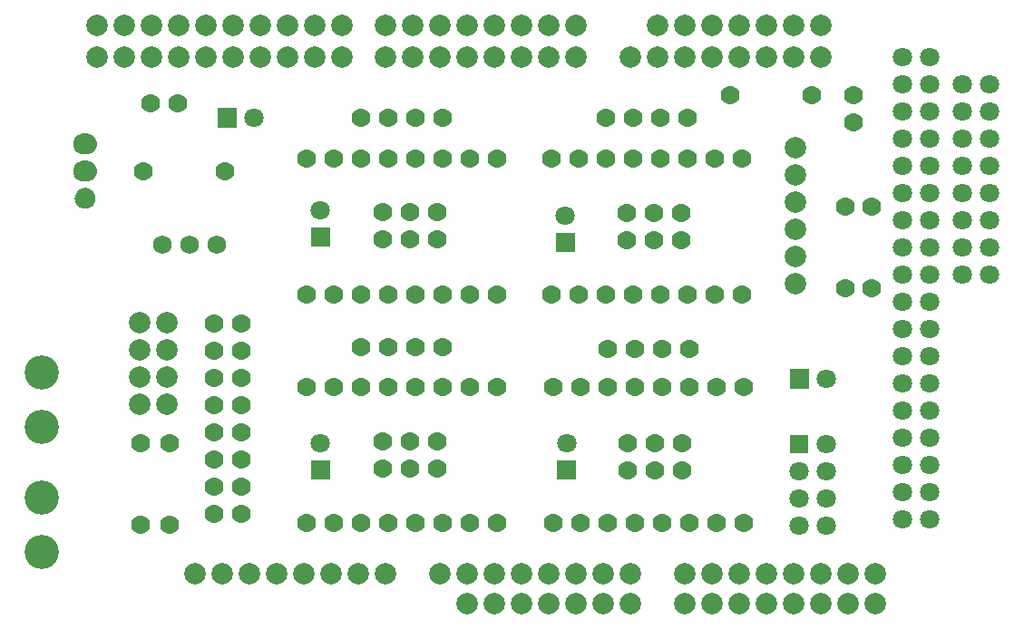
<source format=gbs>
G04 Layer: BottomSolderMaskLayer*
G04 EasyEDA v6.1.49, Tue, 28 May 2019 14:16:05 GMT*
G04 625ac418817b4d458788558be5a2e594,cfe1dd9c90504c3bbdd6ef614714b9c7,10*
G04 Gerber Generator version 0.2*
G04 Scale: 100 percent, Rotated: No, Reflected: No *
G04 Dimensions in millimeters *
G04 leading zeros omitted , absolute positions ,3 integer and 3 decimal *
%FSLAX33Y33*%
%MOMM*%
G90*
G71D02*

%ADD33C,1.727200*%
%ADD34C,2.003196*%
%ADD35R,1.803197X1.803197*%
%ADD36C,1.803197*%
%ADD37C,3.203194*%
%ADD38C,1.773199*%

%LPD*%
G54D33*
G01X16129Y35433D03*
G01X18669Y35433D03*
G01X21209Y35433D03*
G36*
G01X8867Y38785D02*
G01X8770Y38793D01*
G01X8674Y38808D01*
G01X8582Y38836D01*
G01X8493Y38872D01*
G01X8407Y38915D01*
G01X8326Y38966D01*
G01X8252Y39027D01*
G01X8181Y39093D01*
G01X8120Y39169D01*
G01X8067Y39248D01*
G01X8021Y39331D01*
G01X7983Y39420D01*
G01X7955Y39512D01*
G01X7934Y39606D01*
G01X7924Y39702D01*
G01X7924Y39799D01*
G01X7934Y39895D01*
G01X7955Y39989D01*
G01X7983Y40081D01*
G01X8021Y40170D01*
G01X8067Y40253D01*
G01X8120Y40332D01*
G01X8181Y40408D01*
G01X8252Y40474D01*
G01X8326Y40535D01*
G01X8407Y40586D01*
G01X8493Y40629D01*
G01X8582Y40665D01*
G01X8674Y40693D01*
G01X8770Y40708D01*
G01X8867Y40716D01*
G01X8961Y40713D01*
G01X9057Y40700D01*
G01X9151Y40680D01*
G01X9243Y40650D01*
G01X9329Y40609D01*
G01X9413Y40561D01*
G01X9491Y40505D01*
G01X9563Y40441D01*
G01X9629Y40370D01*
G01X9687Y40294D01*
G01X9738Y40213D01*
G01X9779Y40126D01*
G01X9812Y40035D01*
G01X9837Y39941D01*
G01X9850Y39847D01*
G01X9855Y39751D01*
G01X9850Y39654D01*
G01X9837Y39560D01*
G01X9812Y39466D01*
G01X9779Y39375D01*
G01X9738Y39288D01*
G01X9687Y39207D01*
G01X9629Y39131D01*
G01X9563Y39060D01*
G01X9491Y38996D01*
G01X9413Y38940D01*
G01X9329Y38892D01*
G01X9243Y38851D01*
G01X9151Y38821D01*
G01X9057Y38801D01*
G01X8961Y38788D01*
G01X8867Y38785D01*
G37*
G36*
G01X8735Y41325D02*
G01X8615Y41333D01*
G01X8496Y41356D01*
G01X8382Y41394D01*
G01X8272Y41445D01*
G01X8171Y41508D01*
G01X8077Y41587D01*
G01X7993Y41676D01*
G01X7922Y41772D01*
G01X7863Y41879D01*
G01X7818Y41991D01*
G01X7790Y42110D01*
G01X7774Y42230D01*
G01X7774Y42351D01*
G01X7790Y42471D01*
G01X7818Y42590D01*
G01X7863Y42702D01*
G01X7922Y42809D01*
G01X7993Y42905D01*
G01X8077Y42994D01*
G01X8171Y43073D01*
G01X8272Y43136D01*
G01X8382Y43187D01*
G01X8496Y43225D01*
G01X8615Y43248D01*
G01X8735Y43256D01*
G01X9044Y43256D01*
G01X9164Y43248D01*
G01X9283Y43225D01*
G01X9398Y43187D01*
G01X9507Y43136D01*
G01X9608Y43073D01*
G01X9702Y42994D01*
G01X9786Y42905D01*
G01X9857Y42809D01*
G01X9916Y42702D01*
G01X9961Y42590D01*
G01X9989Y42471D01*
G01X10005Y42351D01*
G01X10005Y42230D01*
G01X9989Y42110D01*
G01X9961Y41991D01*
G01X9916Y41879D01*
G01X9857Y41772D01*
G01X9786Y41676D01*
G01X9702Y41587D01*
G01X9608Y41508D01*
G01X9507Y41445D01*
G01X9398Y41394D01*
G01X9283Y41356D01*
G01X9164Y41333D01*
G01X9044Y41325D01*
G01X8735Y41325D01*
G37*
G36*
G01X8735Y43865D02*
G01X8615Y43873D01*
G01X8496Y43896D01*
G01X8382Y43934D01*
G01X8272Y43985D01*
G01X8171Y44048D01*
G01X8077Y44127D01*
G01X7993Y44216D01*
G01X7922Y44312D01*
G01X7863Y44419D01*
G01X7818Y44531D01*
G01X7790Y44650D01*
G01X7774Y44770D01*
G01X7774Y44891D01*
G01X7790Y45011D01*
G01X7818Y45130D01*
G01X7863Y45242D01*
G01X7922Y45349D01*
G01X7993Y45445D01*
G01X8077Y45534D01*
G01X8171Y45613D01*
G01X8272Y45676D01*
G01X8382Y45727D01*
G01X8496Y45765D01*
G01X8615Y45788D01*
G01X8735Y45796D01*
G01X9044Y45796D01*
G01X9164Y45788D01*
G01X9283Y45765D01*
G01X9398Y45727D01*
G01X9507Y45676D01*
G01X9608Y45613D01*
G01X9702Y45534D01*
G01X9786Y45445D01*
G01X9857Y45349D01*
G01X9916Y45242D01*
G01X9961Y45130D01*
G01X9989Y45011D01*
G01X10005Y44891D01*
G01X10005Y44770D01*
G01X9989Y44650D01*
G01X9961Y44531D01*
G01X9916Y44419D01*
G01X9857Y44312D01*
G01X9786Y44216D01*
G01X9702Y44127D01*
G01X9608Y44048D01*
G01X9507Y43985D01*
G01X9398Y43934D01*
G01X9283Y43896D01*
G01X9164Y43873D01*
G01X9044Y43865D01*
G01X8735Y43865D01*
G37*
G54D34*
G01X75184Y44450D03*
G01X75184Y41910D03*
G01X75184Y39370D03*
G01X75184Y36830D03*
G01X75184Y34290D03*
G01X75184Y31750D03*
G54D35*
G01X75565Y16764D03*
G54D36*
G01X78105Y16764D03*
G01X75565Y14224D03*
G01X78105Y14224D03*
G01X75565Y11684D03*
G01X78105Y11684D03*
G01X75565Y9144D03*
G01X78105Y9144D03*
G54D37*
G01X4826Y11811D03*
G01X4826Y6731D03*
G01X4826Y23495D03*
G01X4826Y18415D03*
G54D38*
G01X14351Y42291D03*
G01X21971Y42291D03*
G54D36*
G01X78105Y22860D03*
G36*
G01X74703Y21958D02*
G01X74703Y23761D01*
G01X76507Y23761D01*
G01X76507Y21958D01*
G01X74703Y21958D01*
G37*
G54D38*
G01X57531Y43434D03*
G01X54991Y43434D03*
G01X52451Y43434D03*
G01X60071Y43434D03*
G01X62611Y43434D03*
G01X65151Y43434D03*
G01X67691Y43434D03*
G01X70231Y43434D03*
G01X70231Y30734D03*
G01X67691Y30734D03*
G01X65151Y30734D03*
G01X62611Y30734D03*
G01X60071Y30734D03*
G01X57531Y30734D03*
G01X54991Y30734D03*
G01X52451Y30734D03*
G01X57658Y22098D03*
G01X55118Y22098D03*
G01X52578Y22098D03*
G01X60198Y22098D03*
G01X62738Y22098D03*
G01X65278Y22098D03*
G01X67818Y22098D03*
G01X70358Y22098D03*
G01X70358Y9398D03*
G01X67818Y9398D03*
G01X65278Y9398D03*
G01X62738Y9398D03*
G01X60198Y9398D03*
G01X57658Y9398D03*
G01X55118Y9398D03*
G01X52578Y9398D03*
G01X34671Y22098D03*
G01X32131Y22098D03*
G01X29591Y22098D03*
G01X37211Y22098D03*
G01X39751Y22098D03*
G01X42291Y22098D03*
G01X44831Y22098D03*
G01X47371Y22098D03*
G01X47371Y9398D03*
G01X44831Y9398D03*
G01X42291Y9398D03*
G01X39751Y9398D03*
G01X37211Y9398D03*
G01X34671Y9398D03*
G01X32131Y9398D03*
G01X29591Y9398D03*
G01X34671Y43434D03*
G01X32131Y43434D03*
G01X29591Y43434D03*
G01X37211Y43434D03*
G01X39751Y43434D03*
G01X42291Y43434D03*
G01X44831Y43434D03*
G01X47371Y43434D03*
G01X47371Y30734D03*
G01X44831Y30734D03*
G01X42291Y30734D03*
G01X39751Y30734D03*
G01X37211Y30734D03*
G01X34671Y30734D03*
G01X32131Y30734D03*
G01X29591Y30734D03*
G54D34*
G01X15113Y52959D03*
G01X12573Y52959D03*
G01X67437Y4699D03*
G01X69977Y4699D03*
G01X72517Y4699D03*
G01X75057Y4699D03*
G01X77597Y4699D03*
G01X80137Y4699D03*
G01X82677Y4699D03*
G01X64897Y4699D03*
G01X62357Y52959D03*
G01X64897Y52959D03*
G01X67437Y52959D03*
G01X69977Y52959D03*
G01X72517Y52959D03*
G01X75057Y52959D03*
G01X77597Y52959D03*
G01X59817Y52959D03*
G01X44577Y4699D03*
G01X47117Y4699D03*
G01X49657Y4699D03*
G01X52197Y4699D03*
G01X54737Y4699D03*
G01X57277Y4699D03*
G01X59817Y4699D03*
G01X42037Y4699D03*
G01X39497Y52959D03*
G01X42037Y52959D03*
G01X44577Y52959D03*
G01X47117Y52959D03*
G01X49657Y52959D03*
G01X52197Y52959D03*
G01X54737Y52959D03*
G01X36957Y52959D03*
G01X17653Y52959D03*
G01X20193Y52959D03*
G01X22733Y52959D03*
G01X25273Y52959D03*
G01X27813Y52959D03*
G01X30353Y52959D03*
G01X32893Y52959D03*
G54D36*
G01X87757Y32639D03*
G01X85217Y32639D03*
G01X87757Y35179D03*
G01X85217Y35179D03*
G01X87757Y37719D03*
G01X85217Y37719D03*
G01X87757Y40259D03*
G01X85217Y40259D03*
G01X87757Y42799D03*
G01X85217Y42799D03*
G01X87757Y45339D03*
G01X85217Y45339D03*
G01X87757Y47879D03*
G01X85217Y47879D03*
G01X87757Y50419D03*
G01X85217Y50419D03*
G01X87757Y12319D03*
G01X85217Y12319D03*
G01X87757Y14859D03*
G01X85217Y14859D03*
G01X87757Y17399D03*
G01X85217Y17399D03*
G01X87757Y19939D03*
G01X85217Y19939D03*
G01X87757Y22479D03*
G01X85217Y22479D03*
G01X87757Y25019D03*
G01X85217Y25019D03*
G01X87757Y27559D03*
G01X85217Y27559D03*
G01X87757Y30099D03*
G01X85217Y30099D03*
G01X85217Y9779D03*
G01X87757Y9779D03*
G01X85217Y52959D03*
G01X87757Y52959D03*
G54D34*
G01X24257Y4699D03*
G01X26797Y4699D03*
G01X29337Y4699D03*
G01X31877Y4699D03*
G01X34417Y4699D03*
G01X36957Y4699D03*
G01X21717Y4699D03*
G01X19177Y4699D03*
G01X10033Y52959D03*
G54D38*
G01X34671Y25819D03*
G01X37211Y25819D03*
G01X39751Y25819D03*
G01X42291Y25819D03*
G01X57658Y25692D03*
G01X60198Y25692D03*
G01X62738Y25692D03*
G01X65278Y25692D03*
G01X34671Y47282D03*
G01X37211Y47282D03*
G01X39751Y47282D03*
G01X42291Y47282D03*
G01X57531Y47282D03*
G01X60071Y47282D03*
G01X62611Y47282D03*
G01X65151Y47282D03*
G54D36*
G01X24638Y47244D03*
G36*
G01X21236Y46342D02*
G01X21236Y48145D01*
G01X23040Y48145D01*
G01X23040Y46342D01*
G01X21236Y46342D01*
G37*
G54D38*
G01X14973Y48641D03*
G01X17513Y48641D03*
G01X20966Y12824D03*
G01X20966Y15364D03*
G01X20966Y17904D03*
G01X23506Y12824D03*
G01X23506Y15364D03*
G01X23506Y17904D03*
G01X20966Y20444D03*
G01X20966Y22984D03*
G01X23506Y20444D03*
G01X23506Y22984D03*
G01X20966Y25524D03*
G01X20966Y28064D03*
G01X23506Y25524D03*
G01X23506Y28064D03*
G01X20966Y10284D03*
G01X23506Y10284D03*
G54D36*
G01X30861Y38608D03*
G36*
G01X29959Y35206D02*
G01X29959Y37010D01*
G01X31762Y37010D01*
G01X31762Y35206D01*
G01X29959Y35206D01*
G37*
G01X53721Y38100D03*
G36*
G01X52819Y34698D02*
G01X52819Y36502D01*
G01X54622Y36502D01*
G01X54622Y34698D01*
G01X52819Y34698D01*
G37*
G01X53848Y16891D03*
G36*
G01X52946Y13489D02*
G01X52946Y15293D01*
G01X54749Y15293D01*
G01X54749Y13489D01*
G01X52946Y13489D01*
G37*
G01X30861Y16891D03*
G36*
G01X29959Y13489D02*
G01X29959Y15293D01*
G01X31762Y15293D01*
G01X31762Y13489D01*
G01X29959Y13489D01*
G37*
G54D34*
G01X16521Y28113D03*
G01X16521Y25573D03*
G01X16521Y23033D03*
G01X16521Y20493D03*
G01X13981Y28113D03*
G01X13981Y25573D03*
G01X13981Y23033D03*
G01X13981Y20493D03*
G54D38*
G01X79883Y31369D03*
G01X79883Y38989D03*
G01X82296Y31369D03*
G01X82296Y38989D03*
G01X14097Y9271D03*
G01X14097Y16891D03*
G01X16764Y9271D03*
G01X16764Y16891D03*
G01X80645Y46850D03*
G01X80645Y49390D03*
G01X69088Y49403D03*
G01X76708Y49403D03*
G01X36703Y38481D03*
G01X39243Y38481D03*
G01X41783Y38481D03*
G01X36703Y35941D03*
G01X39243Y35941D03*
G01X41783Y35941D03*
G01X59436Y38354D03*
G01X61976Y38354D03*
G01X64516Y38354D03*
G01X59436Y35814D03*
G01X61976Y35814D03*
G01X64516Y35814D03*
G01X36703Y17018D03*
G01X39243Y17018D03*
G01X41783Y17018D03*
G01X36703Y14478D03*
G01X39243Y14478D03*
G01X41783Y14478D03*
G01X59563Y16891D03*
G01X62103Y16891D03*
G01X64643Y16891D03*
G01X59563Y14351D03*
G01X62103Y14351D03*
G01X64643Y14351D03*
G54D36*
G01X93345Y32639D03*
G01X90805Y32639D03*
G01X93345Y35179D03*
G01X90805Y35179D03*
G01X93345Y37719D03*
G01X90805Y37719D03*
G01X93345Y40259D03*
G01X90805Y40259D03*
G01X93345Y42799D03*
G01X90805Y42799D03*
G01X93345Y45339D03*
G01X90805Y45339D03*
G01X93345Y47879D03*
G01X90805Y47879D03*
G01X93345Y50419D03*
G01X90805Y50419D03*
G54D34*
G01X67437Y1905D03*
G01X69977Y1905D03*
G01X72517Y1905D03*
G01X75057Y1905D03*
G01X77597Y1905D03*
G01X80137Y1905D03*
G01X82677Y1905D03*
G01X64897Y1905D03*
G01X44577Y1905D03*
G01X47117Y1905D03*
G01X49657Y1905D03*
G01X52197Y1905D03*
G01X54737Y1905D03*
G01X57277Y1905D03*
G01X59817Y1905D03*
G01X15113Y55880D03*
G01X12573Y55880D03*
G01X62357Y55880D03*
G01X64897Y55880D03*
G01X67437Y55880D03*
G01X69977Y55880D03*
G01X72517Y55880D03*
G01X75057Y55880D03*
G01X77597Y55880D03*
G01X39497Y55880D03*
G01X42037Y55880D03*
G01X44577Y55880D03*
G01X47117Y55880D03*
G01X49657Y55880D03*
G01X52197Y55880D03*
G01X54737Y55880D03*
G01X36957Y55880D03*
G01X17653Y55880D03*
G01X20193Y55880D03*
G01X22733Y55880D03*
G01X25273Y55880D03*
G01X27813Y55880D03*
G01X30353Y55880D03*
G01X32893Y55880D03*
G01X10033Y55880D03*
M00*
M02*

</source>
